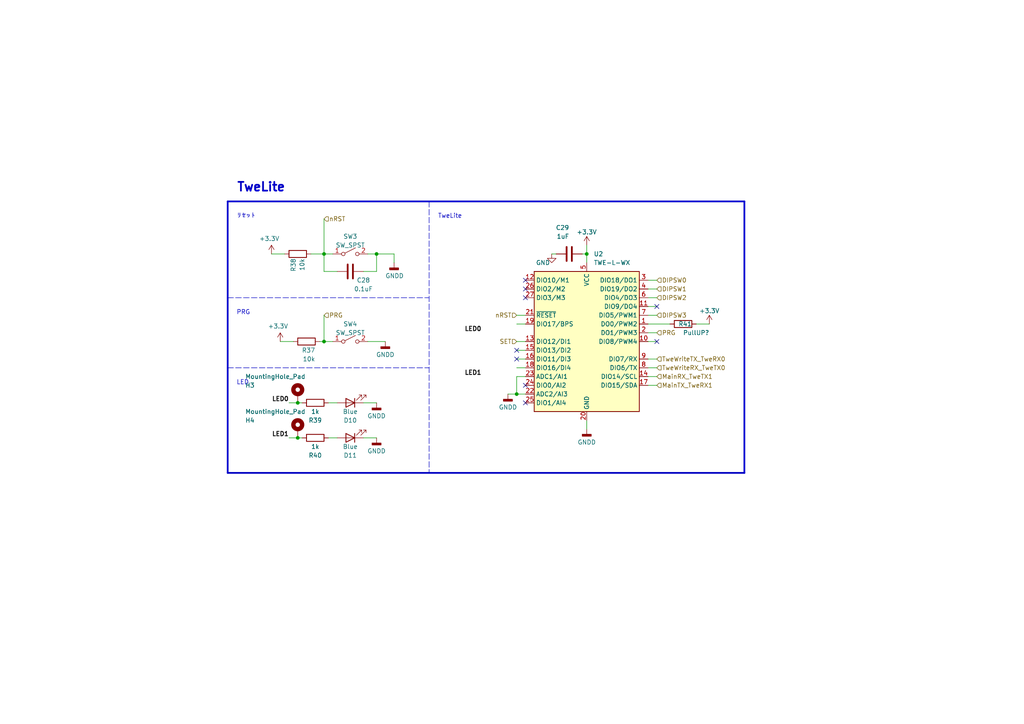
<source format=kicad_sch>
(kicad_sch (version 20230121) (generator eeschema)
  (paper "A4")
  (lib_symbols
    (symbol "Device:C" (pin_numbers hide) (pin_names (offset 0.254))
      (property "Reference" "C" (at 0.635 2.54 0))
      (property "Value" "C" (at 0.635 -2.54 0))
      (symbol "C_0_1"
        (polyline (pts (xy -2.032 -0.762) (xy 2.032 -0.762)) (stroke (width 0.508)))
        (polyline (pts (xy -2.032 0.762) (xy 2.032 0.762)) (stroke (width 0.508)))
      )
      (symbol "C_1_1"
        (pin passive line (at 0 3.81 270) (length 2.794) (name "~") (number "1"))
        (pin passive line (at 0 -3.81 90) (length 2.794) (name "~") (number "2"))
      )
    )
    (symbol "Device:LED" (pin_numbers hide) (pin_names (offset 1.016) hide)
      (property "Reference" "D" (at 0 2.54 0))
      (property "Value" "LED" (at 0 -2.54 0))
      (symbol "LED_0_1"
        (polyline (pts (xy -1.27 -1.27) (xy -1.27 1.27)) (stroke (width 0.254)))
        (polyline (pts (xy -1.27 0) (xy 1.27 0)))
        (polyline (pts (xy 1.27 -1.27) (xy 1.27 1.27) (xy -1.27 0) (xy 1.27 -1.27)) (stroke (width 0.254)))
        (polyline (pts (xy -3.048 -0.762) (xy -4.572 -2.286) (xy -3.81 -2.286) (xy -4.572 -2.286) (xy -4.572 -1.524)))
        (polyline (pts (xy -1.778 -0.762) (xy -3.302 -2.286) (xy -2.54 -2.286) (xy -3.302 -2.286) (xy -3.302 -1.524)))
      )
      (symbol "LED_1_1"
        (pin passive line (at -3.81 0 0) (length 2.54) (name "K") (number "1"))
        (pin passive line (at 3.81 0 180) (length 2.54) (name "A") (number "2"))
      )
    )
    (symbol "Device:R" (pin_numbers hide) (pin_names (offset 0))
      (property "Reference" "R" (at 2.032 0 90))
      (property "Value" "R" (at 0 0 90))
      (symbol "R_0_1"
        (rectangle (start -1.016 -2.54) (end 1.016 2.54) (stroke (width 0.254)))
      )
      (symbol "R_1_1"
        (pin passive line (at 0 3.81 270) (length 1.27) (name "~") (number "1"))
        (pin passive line (at 0 -3.81 90) (length 1.27) (name "~") (number "2"))
      )
    )
    (symbol "Mechanical:MountingHole_Pad" (pin_numbers hide) (pin_names (offset 1.016) hide)
      (property "Reference" "H" (at 0 6.35 0))
      (property "Value" "MountingHole_Pad" (at 0 4.445 0))
      (symbol "MountingHole_Pad_0_1"
        (circle (center 0 1.27) (radius 1.27) (stroke (width 1.27)))
      )
      (symbol "MountingHole_Pad_1_1"
        (pin input line (at 0 -2.54 90) (length 2.54) (name "1") (number "1"))
      )
    )
    (symbol "RF_ZigBee:TWE-L-WX"
      (property "Reference" "U" (at -11.43 21.59 0))
      (property "Value" "TWE-L-WX" (at 7.62 21.59 0))
      (symbol "TWE-L-WX_1_0"
        (rectangle (start -15.24 -20.32) (end 15.24 20.32) (stroke (width 0.254)) (fill (type background)))
      )
      (symbol "TWE-L-WX_1_1"
        (pin output line (at 17.78 5.08 180) (length 2.54) (name "DO0/PWM2") (number "1"))
        (pin bidirectional line (at 17.78 0 180) (length 2.54) (name "DIO8/PWM4") (number "10"))
        (pin bidirectional line (at 17.78 10.16 180) (length 2.54) (name "DIO9/DO4") (number "11"))
        (pin bidirectional line (at -17.78 17.78 0) (length 2.54) (name "DIO10/M1") (number "12"))
        (pin bidirectional line (at -17.78 0 0) (length 2.54) (name "DIO12/DI1") (number "13"))
        (pin bidirectional line (at 17.78 -10.16 180) (length 2.54) (name "DIO14/SCL") (number "14"))
        (pin bidirectional line (at -17.78 -2.54 0) (length 2.54) (name "DIO13/DI2") (number "15"))
        (pin bidirectional line (at -17.78 -5.08 0) (length 2.54) (name "DIO11/DI3") (number "16"))
        (pin bidirectional line (at 17.78 -12.7 180) (length 2.54) (name "DIO15/SDA") (number "17"))
        (pin bidirectional line (at -17.78 -7.62 0) (length 2.54) (name "DIO16/DI4") (number "18"))
        (pin bidirectional line (at -17.78 5.08 0) (length 2.54) (name "DIO17/BPS") (number "19"))
        (pin bidirectional line (at 17.78 2.54 180) (length 2.54) (name "DO1/PWM3") (number "2"))
        (pin power_in line (at 0 -22.86 90) (length 2.54) (name "GND") (number "20"))
        (pin input line (at -17.78 7.62 0) (length 2.54) (name "~{RESET}") (number "21"))
        (pin input line (at -17.78 -15.24 0) (length 2.54) (name "ADC2/AI3") (number "22"))
        (pin input line (at -17.78 -10.16 0) (length 2.54) (name "ADC1/AI1") (number "23"))
        (pin bidirectional line (at -17.78 -12.7 0) (length 2.54) (name "DIO0/AI2") (number "24"))
        (pin bidirectional line (at -17.78 -17.78 0) (length 2.54) (name "DIO1/AI4") (number "25"))
        (pin bidirectional line (at -17.78 15.24 0) (length 2.54) (name "DIO2/M2") (number "26"))
        (pin bidirectional line (at -17.78 12.7 0) (length 2.54) (name "DIO3/M3") (number "27"))
        (pin passive line (at 0 -22.86 90) (length 2.54) hide (name "GND") (number "28"))
        (pin no_connect line (at 15.24 -17.78 180) (length 2.54) hide (name "NC") (number "29"))
        (pin bidirectional line (at 17.78 17.78 180) (length 2.54) (name "DIO18/DO1") (number "3"))
        (pin passive line (at 0 -22.86 90) (length 2.54) hide (name "GND") (number "30"))
        (pin passive line (at 0 -22.86 90) (length 2.54) hide (name "GND") (number "31"))
        (pin passive line (at 0 -22.86 90) (length 2.54) hide (name "GND") (number "32"))
        (pin bidirectional line (at 17.78 15.24 180) (length 2.54) (name "DIO19/DO2") (number "4"))
        (pin power_in line (at 0 22.86 270) (length 2.54) (name "VCC") (number "5"))
        (pin bidirectional line (at 17.78 12.7 180) (length 2.54) (name "DIO4/DO3") (number "6"))
        (pin bidirectional line (at 17.78 7.62 180) (length 2.54) (name "DIO5/PWM1") (number "7"))
        (pin bidirectional line (at 17.78 -7.62 180) (length 2.54) (name "DIO6/TX") (number "8"))
        (pin bidirectional line (at 17.78 -5.08 180) (length 2.54) (name "DIO7/RX") (number "9"))
      )
    )
    (symbol "Switch:SW_SPST" (pin_names (offset 0) hide)
      (property "Reference" "SW" (at 0 3.175 0))
      (property "Value" "SW_SPST" (at 0 -2.54 0))
      (symbol "SW_SPST_0_0"
        (circle (center -2.032 0) (radius 0.508))
        (polyline (pts (xy -1.524 0.254) (xy 1.524 1.778)))
        (circle (center 2.032 0) (radius 0.508))
      )
      (symbol "SW_SPST_1_1"
        (pin passive line (at -5.08 0 0) (length 2.54) (name "A") (number "1"))
        (pin passive line (at 5.08 0 180) (length 2.54) (name "B") (number "2"))
      )
    )
    (symbol "power:+3.3V" (power) (pin_names (offset 0))
      (property "Value" "+3.3V" (at 0 3.556 0))
      (symbol "+3.3V_0_1"
        (polyline (pts (xy -0.762 1.27) (xy 0 2.54)))
        (polyline (pts (xy 0 0) (xy 0 2.54)))
        (polyline (pts (xy 0 2.54) (xy 0.762 1.27)))
      )
      (symbol "+3.3V_1_1"
        (pin power_in line (at 0 0 90) (length 0) hide (name "+3.3V") (number "1"))
      )
    )
    (symbol "power:GND" (power) (pin_names (offset 0))
      (property "Value" "GND" (at 0 -3.81 0))
      (symbol "GND_0_1"
        (polyline (pts (xy 0 0) (xy 0 -1.27) (xy 1.27 -1.27) (xy 0 -2.54) (xy -1.27 -1.27) (xy 0 -1.27)))
      )
      (symbol "GND_1_1"
        (pin power_in line (at 0 0 270) (length 0) hide (name "GND") (number "1"))
      )
    )
    (symbol "power:GNDD" (power) (pin_names (offset 0))
      (property "Value" "GNDD" (at 0 -3.175 0))
      (symbol "GNDD_0_1"
        (rectangle (start -1.27 -1.524) (end 1.27 -2.032) (stroke (width 0.254)) (fill (type outline)))
        (polyline (pts (xy 0 0) (xy 0 -1.524)))
      )
      (symbol "GNDD_1_1"
        (pin power_in line (at 0 0 270) (length 0) hide (name "GNDD") (number "1"))
      )
    )
  )
  (junction (at 170.18 73.66))
  (junction (at 86.36 116.84))
  (junction (at 93.98 73.66))
  (junction (at 149.86 114.3))
  (junction (at 93.98 99.06))
  (junction (at 109.22 73.66))
  (junction (at 86.36 127))
  (no_connect (at 152.4 86.36))
  (no_connect (at 149.86 101.6))
  (no_connect (at 190.5 99.06))
  (no_connect (at 149.86 104.14))
  (no_connect (at 152.4 111.76))
  (no_connect (at 152.4 81.28))
  (no_connect (at 152.4 116.84))
  (no_connect (at 152.4 83.82))
  (no_connect (at 190.5 88.9))
  (wire (pts (xy 187.96 88.9) (xy 190.5 88.9)))
  (wire (pts (xy 149.86 114.3) (xy 152.4 114.3)))
  (wire (pts (xy 90.17 73.66) (xy 93.98 73.66)))
  (wire (pts (xy 201.93 93.98) (xy 205.74 93.98)))
  (wire (pts (xy 105.41 116.84) (xy 109.22 116.84)))
  (wire (pts (xy 149.86 104.14) (xy 152.4 104.14)))
  (wire (pts (xy 86.36 116.84) (xy 87.63 116.84)))
  (wire (pts (xy 149.86 109.22) (xy 149.86 114.3)))
  (wire (pts (xy 109.22 73.66) (xy 114.3 73.66)))
  (wire (pts (xy 170.18 71.12) (xy 170.18 73.66)))
  (wire (pts (xy 149.86 114.3) (xy 147.32 114.3)))
  (wire (pts (xy 187.96 93.98) (xy 194.31 93.98)))
  (wire (pts (xy 83.82 116.84) (xy 86.36 116.84)))
  (wire (pts (xy 187.96 109.22) (xy 190.5 109.22)))
  (wire (pts (xy 106.68 99.06) (xy 111.76 99.06)))
  (wire (pts (xy 187.96 111.76) (xy 190.5 111.76)))
  (polyline (pts (xy 66.04 106.68) (xy 124.46 106.68)) (stroke (width 0) (type dash)))
  (wire (pts (xy 93.98 99.06) (xy 96.52 99.06)))
  (wire (pts (xy 187.96 106.68) (xy 190.5 106.68)))
  (wire (pts (xy 149.86 93.98) (xy 152.4 93.98)))
  (wire (pts (xy 106.68 73.66) (xy 109.22 73.66)))
  (wire (pts (xy 93.98 78.74) (xy 97.79 78.74)))
  (wire (pts (xy 170.18 121.92) (xy 170.18 124.46)))
  (wire (pts (xy 187.96 81.28) (xy 190.5 81.28)))
  (wire (pts (xy 160.02 73.66) (xy 161.29 73.66)))
  (wire (pts (xy 187.96 96.52) (xy 190.5 96.52)))
  (wire (pts (xy 149.86 99.06) (xy 152.4 99.06)))
  (wire (pts (xy 187.96 86.36) (xy 190.5 86.36)))
  (wire (pts (xy 78.74 73.66) (xy 82.55 73.66)))
  (polyline (pts (xy 124.46 58.42) (xy 124.46 137.16)) (stroke (width 0) (type dash)))
  (wire (pts (xy 152.4 109.22) (xy 149.86 109.22)))
  (wire (pts (xy 93.98 63.5) (xy 93.98 73.66)))
  (wire (pts (xy 93.98 91.44) (xy 93.98 99.06)))
  (wire (pts (xy 187.96 91.44) (xy 190.5 91.44)))
  (wire (pts (xy 109.22 78.74) (xy 105.41 78.74)))
  (wire (pts (xy 170.18 73.66) (xy 170.18 76.2)))
  (wire (pts (xy 168.91 73.66) (xy 170.18 73.66)))
  (wire (pts (xy 81.28 99.06) (xy 85.09 99.06)))
  (wire (pts (xy 83.82 127) (xy 86.36 127)))
  (wire (pts (xy 187.96 99.06) (xy 190.5 99.06)))
  (wire (pts (xy 149.86 101.6) (xy 152.4 101.6)))
  (wire (pts (xy 114.3 73.66) (xy 114.3 76.2)))
  (wire (pts (xy 86.36 127) (xy 87.63 127)))
  (polyline (pts (xy 66.04 86.36) (xy 124.46 86.36)) (stroke (width 0) (type dash)))
  (polyline (pts (xy 66.04 58.42) (xy 215.9 58.42)) (stroke (width 0.5) (type solid)))
  (wire (pts (xy 149.86 106.68) (xy 152.4 106.68)))
  (wire (pts (xy 96.52 73.66) (xy 93.98 73.66)))
  (wire (pts (xy 93.98 78.74) (xy 93.98 73.66)))
  (polyline (pts (xy 66.04 137.16) (xy 215.9 137.16)) (stroke (width 0.5) (type solid)))
  (wire (pts (xy 95.25 127) (xy 97.79 127)))
  (wire (pts (xy 187.96 83.82) (xy 190.5 83.82)))
  (wire (pts (xy 187.96 104.14) (xy 190.5 104.14)))
  (polyline (pts (xy 215.9 137.16) (xy 215.9 58.42)) (stroke (width 0.5) (type solid)))
  (wire (pts (xy 149.86 91.44) (xy 152.4 91.44)))
  (wire (pts (xy 92.71 99.06) (xy 93.98 99.06)))
  (polyline (pts (xy 66.04 58.42) (xy 66.04 137.16)) (stroke (width 0.5) (type solid)))
  (wire (pts (xy 109.22 78.74) (xy 109.22 73.66)))
  (wire (pts (xy 105.41 127) (xy 109.22 127)))
  (wire (pts (xy 95.25 116.84) (xy 97.79 116.84)))
  (text "TweLite" (at 127 63.5 0) (effects (font (size 1.27 1.27)) (justify left bottom)))
  (text "PRG" (at 68.58 91.44 0) (effects (font (size 1.27 1.27)) (justify left bottom)))
  (text "リセット" (at 68.58 63.5 0) (effects (font (size 1.27 1.27)) (justify left bottom)))
  (text "LED" (at 68.58 111.76 0) (effects (font (size 1.27 1.27)) (justify left bottom)))
  (text "TweLite" (at 68.58 55.88 0) (effects (font (size 2.54 2.54) (thickness 0.508) bold) (justify left bottom)))
  (label "LED0" (at 139.7 96.52 180) (effects (font (thickness 0.254) bold)))
  (label "LED1" (at 83.82 127 180) (effects (font (thickness 0.254) bold)))
  (label "LED1" (at 139.7 109.22 180) (effects (font (thickness 0.254) bold)))
  (label "LED0" (at 83.82 116.84 180) (effects (font (thickness 0.254) bold)))
  (hierarchical_label "DIPSW1" (shape input) (at 190.5 83.82 0))
  (hierarchical_label "SET" (shape input) (at 149.86 99.06 180))
  (hierarchical_label "DIPSW0" (shape input) (at 190.5 81.28 0))
  (hierarchical_label "PRG" (shape input) (at 190.5 96.52 0))
  (hierarchical_label "MainRX_TweTX1" (shape input) (at 190.5 109.22 0))
  (hierarchical_label "PRG" (shape input) (at 93.98 91.44 0))
  (hierarchical_label "MainTX_TweRX1" (shape input) (at 190.5 111.76 0))
  (hierarchical_label "TweWriteRX_TweTX0" (shape input) (at 190.5 106.68 0))
  (hierarchical_label "nRST" (shape input) (at 93.98 63.5 0))
  (hierarchical_label "DIPSW2" (shape input) (at 190.5 86.36 0))
  (hierarchical_label "nRST" (shape input) (at 149.86 91.44 180))
  (hierarchical_label "TweWriteTX_TweRX0" (shape input) (at 190.5 104.14 0))
  (hierarchical_label "DIPSW3" (shape input) (at 190.5 91.44 0))
  (symbol (lib_id "power:+3.3V") (at 170.18 71.12 0) (unit 1)
    (property "Reference" "#PWR01" (effects hide))
    (property "Value" "+3.3V" (at 170.18 67.31 0))
  )
  (symbol (lib_id "Device:C") (at 165.1 73.66 90) (unit 1)
    (property "Reference" "C29" (at 165.1 66.04 90) (effects (justify left)))
    (property "Value" "1uF" (at 165.1 68.58 90) (effects (justify left)))
    (property "Footprint" "Capacitor_SMD:C_0402_1005Metric" (effects hide))
  )
  (symbol (lib_id "power:GND") (at 160.02 73.66 0) (unit 1)
    (property "Reference" "#PWR03" (effects hide))
    (property "Value" "GND" (at 157.48 76.2 0))
  )
  (symbol (lib_id "Device:R") (at 88.9 99.06 90) (mirror x) (unit 1)
    (property "Reference" "R37" (at 91.44 101.6 90) (effects (justify left)))
    (property "Value" "10k" (at 91.44 104.14 90) (effects (justify left)))
    (property "Footprint" "Resistor_SMD:R_0402_1005Metric" (effects hide))
  )
  (symbol (lib_id "Device:LED") (at 101.6 116.84 180) (unit 1)
    (property "Reference" "D10" (at 101.6 121.92 0))
    (property "Value" "Blue" (at 101.6 119.38 0))
    (property "Footprint" "LED_SMD:LED_0603_1608Metric_Pad1.05x0.95mm_HandSolder" (effects hide))
  )
  (symbol (lib_id "Device:R") (at 198.12 93.98 90) (mirror x) (unit 1)
    (property "Reference" "R41" (at 200.66 93.98 90) (effects (justify left)))
    (property "Value" "PullUP?" (at 205.74 96.52 90) (effects (justify left)))
    (property "Footprint" "Resistor_SMD:R_0603_1608Metric" (effects hide))
  )
  (symbol (lib_id "power:+3.3V") (at 78.74 73.66 0) (unit 1)
    (property "Reference" "#PWR02" (effects hide))
    (property "Value" "+3.3V" (at 78.105 69.215 0))
  )
  (symbol (lib_id "power:GNDD") (at 114.3 76.2 0) (unit 1)
    (property "Reference" "#PWR04" (effects hide))
    (property "Value" "GNDD" (at 111.76 80.01 0) (effects (justify left)))
  )
  (symbol (lib_id "RF_ZigBee:TWE-L-WX") (at 170.18 99.06 0) (unit 1)
    (property "Reference" "U2" (at 172.1994 73.66 0) (effects (justify left)))
    (property "Value" "TWE-L-WX" (at 172.1994 76.2 0) (effects (justify left)))
    (property "Footprint" "RF_Module:MonoWireless_TWE-L-WX" (effects hide))
    (property "Datasheet" "https://www.mono-wireless.com/jp/products/TWE-LITE/MW-PDS-TWELITE-JP.pdf" (effects hide))
  )
  (symbol (lib_id "Device:R") (at 86.36 73.66 90) (mirror x) (unit 1)
    (property "Reference" "R38" (at 85.09 74.93 0) (effects (justify left)))
    (property "Value" "10k" (at 87.63 74.93 0) (effects (justify left)))
    (property "Footprint" "Resistor_SMD:R_0402_1005Metric" (effects hide))
  )
  (symbol (lib_id "power:GNDD") (at 111.76 99.06 0) (unit 1)
    (property "Reference" "#PWR07" (effects hide))
    (property "Value" "GNDD" (at 111.76 102.87 0))
  )
  (symbol (lib_id "Switch:SW_SPST") (at 101.6 99.06 0) (unit 1)
    (property "Reference" "SW4" (at 101.6 93.98 0))
    (property "Value" "SW_SPST" (at 101.6 96.52 0))
    (property "Footprint" "Button_Switch_SMD:SW_Push_1P1T_NO_Vertical_Wuerth_434133025816" (effects hide))
  )
  (symbol (lib_id "power:GNDD") (at 170.18 124.46 0) (unit 1)
    (property "Reference" "#PWR010" (effects hide))
    (property "Value" "GNDD" (at 170.18 128.27 0))
  )
  (symbol (lib_id "power:GNDD") (at 109.22 127 0) (unit 1)
    (property "Reference" "#PWR011" (effects hide))
    (property "Value" "GNDD" (at 109.22 130.81 0))
  )
  (symbol (lib_id "power:GNDD") (at 147.32 114.3 0) (unit 1)
    (property "Reference" "#PWR08" (effects hide))
    (property "Value" "GNDD" (at 147.32 118.11 0))
  )
  (symbol (lib_id "Device:R") (at 91.44 127 270) (mirror x) (unit 1)
    (property "Reference" "R40" (at 91.44 132.08 90))
    (property "Value" "1k" (at 91.44 129.54 90))
    (property "Footprint" "Resistor_SMD:R_0603_1608Metric" (effects hide))
  )
  (symbol (lib_id "Switch:SW_SPST") (at 101.6 73.66 0) (unit 1)
    (property "Reference" "SW3" (at 101.6 68.58 0))
    (property "Value" "SW_SPST" (at 101.6 71.12 0))
    (property "Footprint" "Button_Switch_SMD:SW_Push_1P1T_NO_Vertical_Wuerth_434133025816" (effects hide))
  )
  (symbol (lib_id "Device:R") (at 91.44 116.84 270) (mirror x) (unit 1)
    (property "Reference" "R39" (at 91.44 121.92 90))
    (property "Value" "1k" (at 91.44 119.38 90))
    (property "Footprint" "Resistor_SMD:R_0603_1608Metric" (effects hide))
  )
  (symbol (lib_id "power:+3.3V") (at 81.28 99.06 0) (unit 1)
    (property "Reference" "#PWR06" (effects hide))
    (property "Value" "+3.3V" (at 80.645 94.615 0))
  )
  (symbol (lib_id "power:GNDD") (at 109.22 116.84 0) (unit 1)
    (property "Reference" "#PWR09" (effects hide))
    (property "Value" "GNDD" (at 109.22 120.65 0))
  )
  (symbol (lib_id "Mechanical:MountingHole_Pad") (at 86.36 114.3 0) (mirror y) (unit 1)
    (property "Reference" "H3" (at 71.12 111.76 0) (effects (justify right)))
    (property "Value" "MountingHole_Pad" (at 71.12 109.22 0) (effects (justify right)))
    (property "Footprint" "TestPoint:TestPoint_Pad_1.0x1.0mm" (effects hide))
  )
  (symbol (lib_id "Mechanical:MountingHole_Pad") (at 86.36 124.46 0) (mirror y) (unit 1)
    (property "Reference" "H4" (at 71.12 121.92 0) (effects (justify right)))
    (property "Value" "MountingHole_Pad" (at 71.12 119.38 0) (effects (justify right)))
    (property "Footprint" "TestPoint:TestPoint_Pad_1.0x1.0mm" (effects hide))
  )
  (symbol (lib_id "Device:LED") (at 101.6 127 180) (unit 1)
    (property "Reference" "D11" (at 101.6 132.08 0))
    (property "Value" "Blue" (at 101.6 129.54 0))
    (property "Footprint" "LED_SMD:LED_0603_1608Metric_Pad1.05x0.95mm_HandSolder" (effects hide))
  )
  (symbol (lib_id "Device:C") (at 101.6 78.74 90) (unit 1)
    (property "Reference" "C28" (at 105.41 81.28 90))
    (property "Value" "0.1uF" (at 105.41 83.82 90))
    (property "Footprint" "Capacitor_SMD:C_0402_1005Metric" (effects hide))
  )
  (symbol (lib_id "power:+3.3V") (at 205.74 93.98 0) (unit 1)
    (property "Reference" "#PWR05" (effects hide))
    (property "Value" "+3.3V" (at 205.74 90.17 0))
  )
)
</source>
